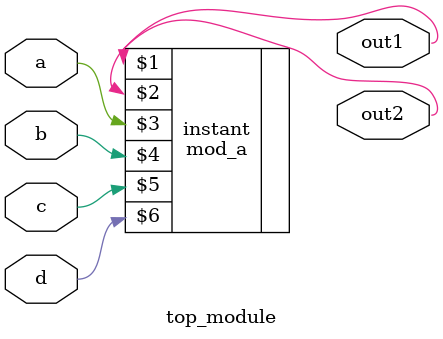
<source format=v>
module top_module ( 
    input a, 
    input b, 
    input c,
    input d,
    output out1,
    output out2
);
    mod_a instant(out1, out2, a, b, c, d);
endmodule

</source>
